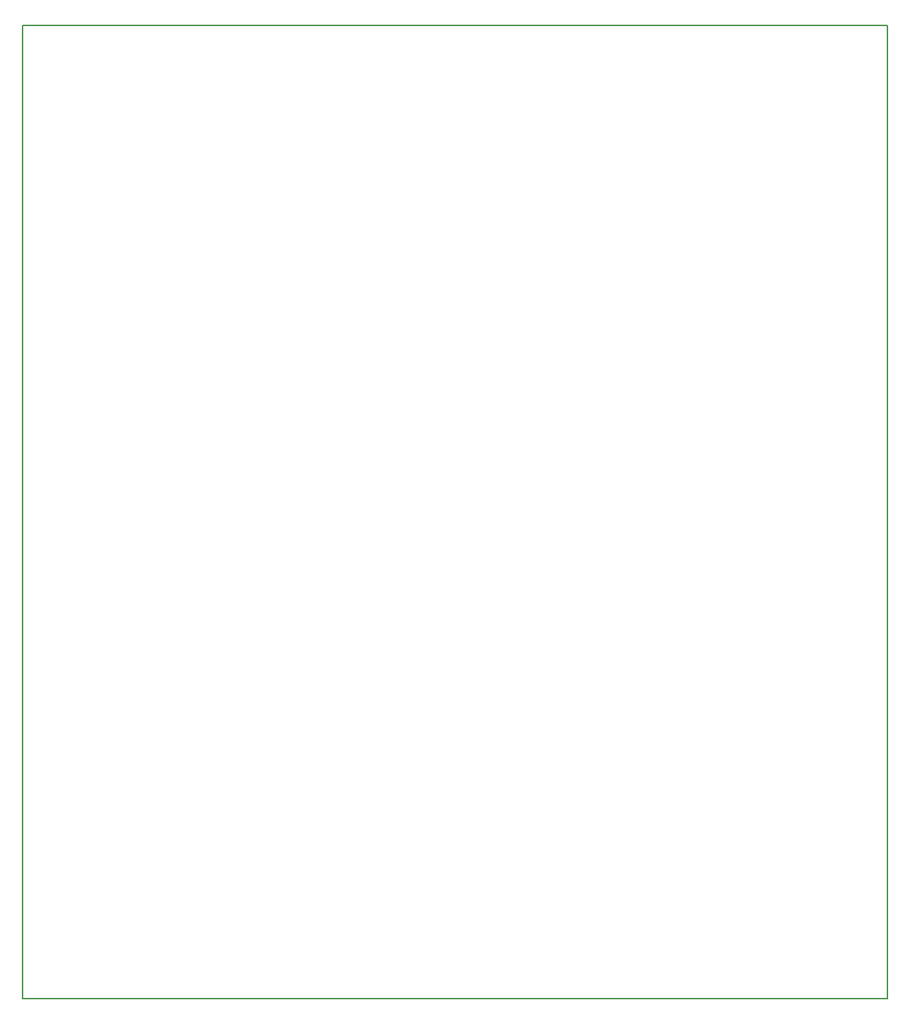
<source format=gm1>
G04 MADE WITH FRITZING*
G04 WWW.FRITZING.ORG*
G04 DOUBLE SIDED*
G04 HOLES PLATED*
G04 CONTOUR ON CENTER OF CONTOUR VECTOR*
%ASAXBY*%
%FSLAX23Y23*%
%MOIN*%
%OFA0B0*%
%SFA1.0B1.0*%
%ADD10R,4.094500X4.606310*%
%ADD11C,0.008000*%
%ADD10C,0.008*%
%LNCONTOUR*%
G90*
G70*
G54D10*
G54D11*
X4Y4602D02*
X4091Y4602D01*
X4091Y4D01*
X4Y4D01*
X4Y4602D01*
D02*
G04 End of contour*
M02*
</source>
